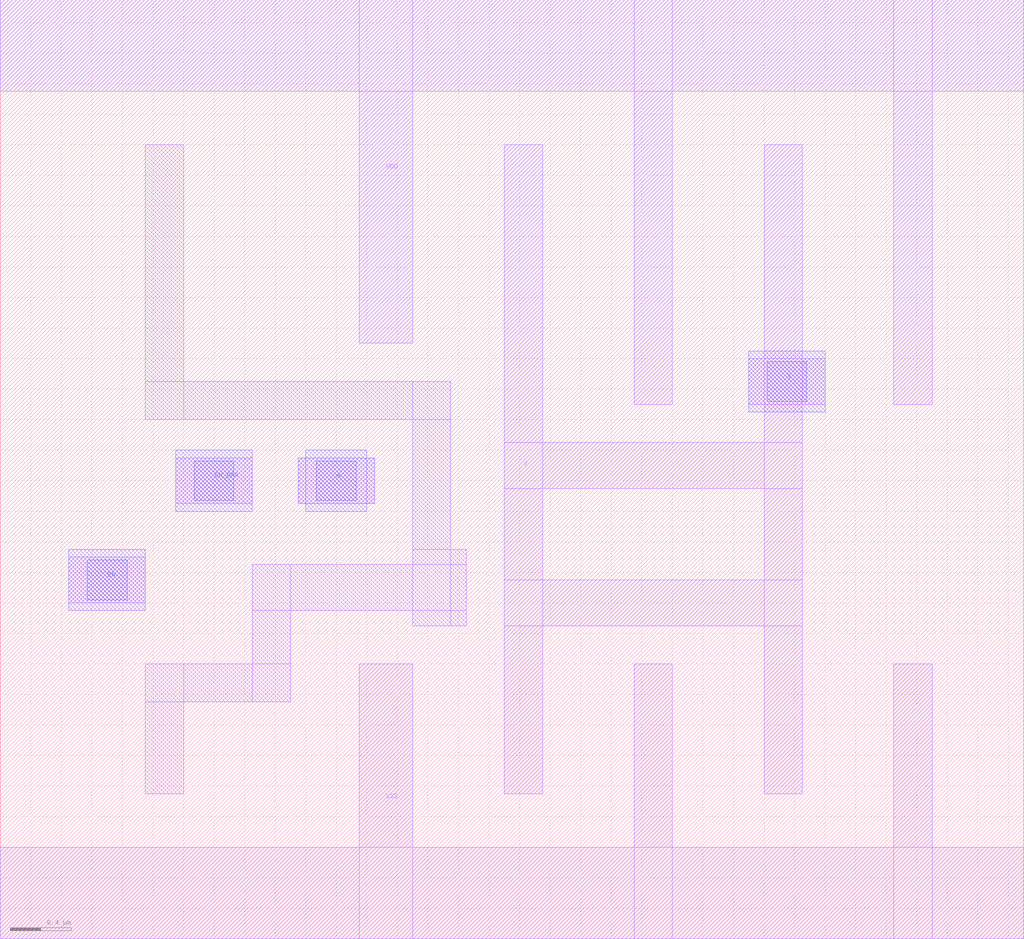
<source format=lef>
# Copyright 2022 Google LLC
# Licensed under the Apache License, Version 2.0 (the "License");
# you may not use this file except in compliance with the License.
# You may obtain a copy of the License at
#
#      http://www.apache.org/licenses/LICENSE-2.0
#
# Unless required by applicable law or agreed to in writing, software
# distributed under the License is distributed on an "AS IS" BASIS,
# WITHOUT WARRANTIES OR CONDITIONS OF ANY KIND, either express or implied.
# See the License for the specific language governing permissions and
# limitations under the License.
VERSION 5.7 ;
BUSBITCHARS "[]" ;
DIVIDERCHAR "/" ;

MACRO gf180mcu_osu_sc_gp9t3v3__tbuf_4
  CLASS CORE ;
  ORIGIN 0 0 ;
  FOREIGN gf180mcu_osu_sc_gp9t3v3__tbuf_4 0 0 ;
  SIZE 6.7 BY 6.15 ;
  SYMMETRY X Y ;
  SITE GF180_3p3_12t ;
  PIN VDD
    DIRECTION INOUT ;
    USE POWER ;
    SHAPE ABUTMENT ;
    PORT
      LAYER MET1 ;
        RECT 0 5.55 6.7 6.15 ;
        RECT 5.85 3.5 6.1 6.15 ;
        RECT 4.15 3.5 4.4 6.15 ;
        RECT 2.35 3.9 2.7 6.15 ;
    END
  END VDD
  PIN VSS
    DIRECTION INOUT ;
    USE GROUND ;
    PORT
      LAYER MET1 ;
        RECT 0 0 6.7 0.6 ;
        RECT 5.85 0 6.1 1.8 ;
        RECT 4.15 0 4.4 1.8 ;
        RECT 2.35 0 2.7 1.8 ;
    END
  END VSS
  PIN A
    DIRECTION INPUT ;
    USE SIGNAL ;
    PORT
      LAYER MET1 ;
        RECT 1.95 2.85 2.45 3.15 ;
      LAYER MET2 ;
        RECT 1.95 2.85 2.45 3.15 ;
        RECT 2 2.8 2.4 3.2 ;
      LAYER VIA12 ;
        RECT 2.07 2.87 2.33 3.13 ;
    END
  END A
  PIN EN
    DIRECTION INPUT ;
    USE SIGNAL ;
    PORT
      LAYER MET1 ;
        RECT 0.45 2.2 0.95 2.5 ;
      LAYER MET2 ;
        RECT 0.45 2.15 0.95 2.55 ;
      LAYER VIA12 ;
        RECT 0.57 2.22 0.83 2.48 ;
    END
  END EN
  PIN EN_BAR
    DIRECTION INPUT ;
    USE SIGNAL ;
    PORT
      LAYER MET1 ;
        RECT 1.15 2.85 1.65 3.15 ;
      LAYER MET2 ;
        RECT 1.15 2.8 1.65 3.2 ;
      LAYER VIA12 ;
        RECT 1.27 2.87 1.53 3.13 ;
    END
  END EN_BAR
  PIN Y
    DIRECTION OUTPUT ;
    USE SIGNAL ;
    PORT
      LAYER MET1 ;
        RECT 4.9 3.5 5.4 3.8 ;
        RECT 5 0.95 5.25 5.2 ;
        RECT 3.3 2.95 5.25 3.25 ;
        RECT 3.3 2.05 5.25 2.35 ;
        RECT 3.3 0.95 3.55 5.2 ;
      LAYER MET2 ;
        RECT 4.9 3.45 5.4 3.85 ;
      LAYER VIA12 ;
        RECT 5.02 3.52 5.28 3.78 ;
    END
  END Y
  OBS
    LAYER MET1 ;
      RECT 0.95 3.4 1.2 5.2 ;
      RECT 0.95 3.4 2.95 3.65 ;
      RECT 2.7 2.05 2.95 3.65 ;
      RECT 2.7 2.05 3.05 2.55 ;
      RECT 1.65 2.15 3.05 2.45 ;
      RECT 1.65 1.55 1.9 2.45 ;
      RECT 0.95 1.55 1.9 1.8 ;
      RECT 0.95 0.95 1.2 1.8 ;
  END
END gf180mcu_osu_sc_gp9t3v3__tbuf_4

</source>
